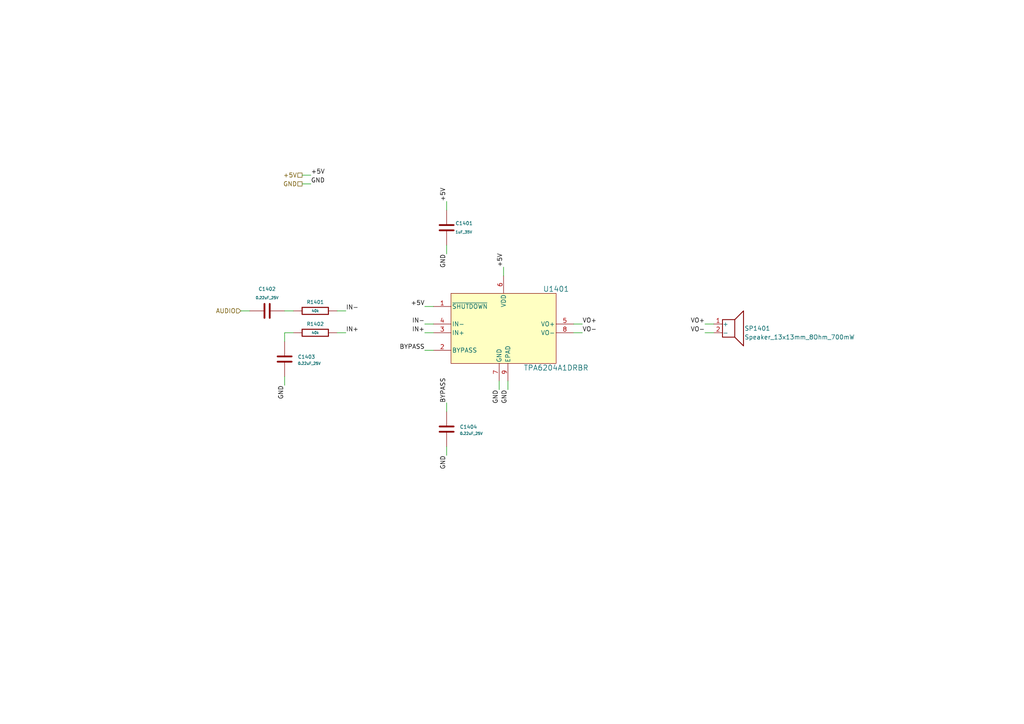
<source format=kicad_sch>
(kicad_sch (version 20230121) (generator eeschema)
  (paper "A4")
  (title_block (title "cluster-pcb") (date "2024-10-21") (rev "1.3") (company "Howard Hughes Medical Institute"))
  (lib_symbols
    (symbol "Janelia:Amplifier_Audio_TPA6204A1DRBR" (pin_names (offset 0.254))
      (property "Reference" "U" (at 15.24 11.43 0))
      (property "Value" "TPA6204A1DRBR" (at 15.24 -11.43 0))
      (symbol "Amplifier_Audio_TPA6204A1DRBR_1_1"
        (rectangle (start -15.24 10.16) (end 15.24 -10.16) (fill (type background)))
        (pin input line (at -20.32 6.35 0) (length 5.08) (name "~{SHUTDOWN}") (number "1"))
        (pin passive line (at -20.32 -6.35 0) (length 5.08) (name "BYPASS") (number "2"))
        (pin input line (at -20.32 -1.27 0) (length 5.08) (name "IN+") (number "3"))
        (pin input line (at -20.32 1.27 0) (length 5.08) (name "IN-") (number "4"))
        (pin output line (at 20.32 1.27 180) (length 5.08) (name "VO+") (number "5"))
        (pin power_in line (at 0 15.24 270) (length 5.08) (name "VDD") (number "6"))
        (pin power_in line (at -1.27 -15.24 90) (length 5.08) (name "GND") (number "7"))
        (pin output line (at 20.32 -1.27 180) (length 5.08) (name "VO-") (number "8"))
        (pin passive line (at 1.27 -15.24 90) (length 5.08) (name "EPAD") (number "9"))
      )
    )
    (symbol "Janelia:C_0.22uF_25V_0402" (pin_numbers hide) (pin_names (offset 0.254))
      (property "Reference" "C" (at 0 2.54 0))
      (property "Value" "0.22uF_25V" (at 0 0 0))
      (symbol "C_0.22uF_25V_0402_0_1"
        (polyline (pts (xy -2.032 -0.762) (xy 2.032 -0.762)) (stroke (width 0.508)))
        (polyline (pts (xy -2.032 0.762) (xy 2.032 0.762)) (stroke (width 0.508)))
      )
      (symbol "C_0.22uF_25V_0402_1_1"
        (pin passive line (at 0 5.08 270) (length 4.318) (name "~") (number "1"))
        (pin passive line (at 0 -5.08 90) (length 4.318) (name "~") (number "2"))
      )
    )
    (symbol "Janelia:C_1uF_35V_0402" (pin_numbers hide) (pin_names (offset 0.254))
      (property "Reference" "C" (at 0 2.54 0))
      (property "Value" "1uF_35V" (at 0 0 0))
      (symbol "C_1uF_35V_0402_0_1"
        (polyline (pts (xy -2.032 -0.762) (xy 2.032 -0.762)) (stroke (width 0.508)))
        (polyline (pts (xy -2.032 0.762) (xy 2.032 0.762)) (stroke (width 0.508)))
      )
      (symbol "C_1uF_35V_0402_1_1"
        (pin passive line (at 0 5.08 270) (length 4.318) (name "~") (number "1"))
        (pin passive line (at 0 -5.08 90) (length 4.318) (name "~") (number "2"))
      )
    )
    (symbol "Janelia:R_40k_100mW_0603" (pin_numbers hide) (pin_names (offset 0))
      (property "Reference" "R" (at 2.032 0 90))
      (property "Value" "40k" (at 0 0 90))
      (symbol "R_40k_100mW_0603_0_1"
        (rectangle (start -1.016 3.81) (end 1.016 -3.81) (stroke (width 0.3048)))
      )
      (symbol "R_40k_100mW_0603_1_1"
        (pin passive line (at 0 6.35 270) (length 2.54) (name "~") (number "1"))
        (pin passive line (at 0 -6.35 90) (length 2.54) (name "~") (number "2"))
      )
    )
    (symbol "Janelia:Speaker_13x13mm_8Ohm_700mW" (pin_names (offset 0.002))
      (property "Reference" "SP" (at 3.81 -1.27 0))
      (property "Value" "Speaker_13x13mm_8Ohm_700mW" (at 3.81 -3.81 0))
      (symbol "Speaker_13x13mm_8Ohm_700mW_0_0"
        (rectangle (start -2.54 1.27) (end 1.016 -3.81) (stroke (width 0.254)))
        (polyline (pts (xy 1.016 1.27) (xy 3.556 3.81) (xy 3.556 -6.35) (xy 1.016 -3.81)) (stroke (width 0.254)))
      )
      (symbol "Speaker_13x13mm_8Ohm_700mW_1_1"
        (pin input line (at -5.08 0 0) (length 2.54) (name "+") (number "1"))
        (pin input line (at -5.08 -2.54 0) (length 2.54) (name "-") (number "2"))
        (pin no_connect line (at 0 3.81 270) (length 2.54) hide (name "NC") (number "3"))
        (pin no_connect line (at 0 -6.35 90) (length 2.54) hide (name "NC") (number "4"))
      )
    )
  )
  (wire (pts (xy 129.54 116.84) (xy 129.54 119.38)))
  (wire (pts (xy 82.55 109.22) (xy 82.55 111.76)))
  (wire (pts (xy 166.37 96.52) (xy 168.91 96.52)))
  (wire (pts (xy 85.09 96.52) (xy 82.55 96.52)))
  (wire (pts (xy 87.63 50.8) (xy 90.17 50.8)))
  (wire (pts (xy 82.55 90.17) (xy 85.09 90.17)))
  (wire (pts (xy 144.78 110.49) (xy 144.78 113.03)))
  (wire (pts (xy 100.33 90.17) (xy 97.79 90.17)))
  (wire (pts (xy 69.85 90.17) (xy 72.39 90.17)))
  (wire (pts (xy 207.01 93.98) (xy 204.47 93.98)))
  (wire (pts (xy 166.37 93.98) (xy 168.91 93.98)))
  (wire (pts (xy 146.05 80.01) (xy 146.05 77.47)))
  (wire (pts (xy 125.73 88.9) (xy 123.19 88.9)))
  (wire (pts (xy 100.33 96.52) (xy 97.79 96.52)))
  (wire (pts (xy 129.54 71.12) (xy 129.54 73.66)))
  (wire (pts (xy 129.54 129.54) (xy 129.54 132.08)))
  (wire (pts (xy 82.55 96.52) (xy 82.55 99.06)))
  (wire (pts (xy 123.19 101.6) (xy 125.73 101.6)))
  (wire (pts (xy 129.54 60.96) (xy 129.54 58.42)))
  (wire (pts (xy 123.19 93.98) (xy 125.73 93.98)))
  (wire (pts (xy 87.63 53.34) (xy 90.17 53.34)))
  (wire (pts (xy 123.19 96.52) (xy 125.73 96.52)))
  (wire (pts (xy 207.01 96.52) (xy 204.47 96.52)))
  (wire (pts (xy 147.32 110.49) (xy 147.32 113.03)))
  (label "BYPASS" (at 129.54 116.84 90))
  (label "IN-" (at 123.19 93.98 180))
  (label "+5V" (at 146.05 77.47 90))
  (label "VO+" (at 204.47 93.98 180))
  (label "GND" (at 90.17 53.34 0))
  (label "IN+" (at 123.19 96.52 180))
  (label "GND" (at 144.78 113.03 270))
  (label "GND" (at 129.54 73.66 270))
  (label "GND" (at 147.32 113.03 270))
  (label "+5V" (at 129.54 58.42 90))
  (label "GND" (at 129.54 132.08 270))
  (label "GND" (at 82.55 111.76 270))
  (label "+5V" (at 123.19 88.9 180))
  (label "VO-" (at 204.47 96.52 180))
  (label "+5V" (at 90.17 50.8 0))
  (label "BYPASS" (at 123.19 101.6 180))
  (label "VO+" (at 168.91 93.98 0))
  (label "IN-" (at 100.33 90.17 0))
  (label "VO-" (at 168.91 96.52 0))
  (label "IN+" (at 100.33 96.52 0))
  (hierarchical_label "AUDIO" (shape input) (at 69.85 90.17 180))
  (hierarchical_label "+5V" (shape passive) (at 87.63 50.8 180))
  (hierarchical_label "GND" (shape passive) (at 87.63 53.34 180))
  (symbol (lib_id "Janelia:R_40k_100mW_0603") (at 91.44 90.17 90) (unit 1)
    (property "Reference" "R1401" (at 91.44 87.63 90) (effects (font (size 1.016 1.016))))
    (property "Value" "40k" (at 91.44 90.17 90) (effects (font (size 0.762 0.762))))
    (property "Footprint" "Janelia:R_0603_1608Metric" (effects hide))
    (property "Vendor" "JLCPCB" (effects hide))
    (property "Vendor Part Number" "C3016445" (effects hide))
    (property "Synopsis" "RES SMD 40k OHM 1% 100mW" (effects hide))
    (property "Package" "0603" (effects hide))
    (property "Manufacturer" "VO" (effects hide))
    (property "Manufacturer Part Number" "SCR0603F40K" (effects hide))
    (property "LCSC" "C3016445" (effects hide))
  )
  (symbol (lib_id "Janelia:C_0.22uF_25V_0402") (at 129.54 124.46 180) (unit 1)
    (property "Reference" "C1404" (at 133.35 123.825 0) (effects (font (size 1.016 1.016)) (justify right)))
    (property "Value" "0.22uF_25V" (at 133.35 125.7299 0) (effects (font (size 0.762 0.762)) (justify right)))
    (property "Footprint" "Janelia:C_0402_1005Metric" (effects hide))
    (property "Vendor" "Digi-Key" (effects hide))
    (property "Vendor Part Number" "490-12245-1-ND" (effects hide))
    (property "Synopsis" "CAP CER 0.22UF 25V X6S" (effects hide))
    (property "Manufacturer" "Murata Electronics" (effects hide))
    (property "Manufacturer Part Number" "GRT155C81E224KE01D" (effects hide))
    (property "Package" "0402" (effects hide))
    (property "LCSC" "C126623" (effects hide))
  )
  (symbol (lib_id "Janelia:C_0.22uF_25V_0402") (at 82.55 104.14 180) (unit 1)
    (property "Reference" "C1403" (at 86.36 103.505 0) (effects (font (size 1.016 1.016)) (justify right)))
    (property "Value" "0.22uF_25V" (at 86.36 105.4099 0) (effects (font (size 0.762 0.762)) (justify right)))
    (property "Footprint" "Janelia:C_0402_1005Metric" (effects hide))
    (property "Vendor" "Digi-Key" (effects hide))
    (property "Vendor Part Number" "490-12245-1-ND" (effects hide))
    (property "Synopsis" "CAP CER 0.22UF 25V X6S" (effects hide))
    (property "Manufacturer" "Murata Electronics" (effects hide))
    (property "Manufacturer Part Number" "GRT155C81E224KE01D" (effects hide))
    (property "Package" "0402" (effects hide))
    (property "LCSC" "C126623" (effects hide))
  )
  (symbol (lib_id "Janelia:R_40k_100mW_0603") (at 91.44 96.52 90) (unit 1)
    (property "Reference" "R1402" (at 91.44 93.98 90) (effects (font (size 1.016 1.016))))
    (property "Value" "40k" (at 91.44 96.52 90) (effects (font (size 0.762 0.762))))
    (property "Footprint" "Janelia:R_0603_1608Metric" (effects hide))
    (property "Vendor" "JLCPCB" (effects hide))
    (property "Vendor Part Number" "C3016445" (effects hide))
    (property "Synopsis" "RES SMD 40k OHM 1% 100mW" (effects hide))
    (property "Package" "0603" (effects hide))
    (property "Manufacturer" "VO" (effects hide))
    (property "Manufacturer Part Number" "SCR0603F40K" (effects hide))
    (property "LCSC" "C3016445" (effects hide))
  )
  (symbol (lib_id "Janelia:C_0.22uF_25V_0402") (at 77.47 90.17 90) (unit 1)
    (property "Reference" "C1402" (at 77.47 83.82 90) (effects (font (size 1.016 1.016))))
    (property "Value" "0.22uF_25V" (at 77.47 86.36 90) (effects (font (size 0.762 0.762))))
    (property "Footprint" "Janelia:C_0402_1005Metric" (effects hide))
    (property "Vendor" "Digi-Key" (effects hide))
    (property "Vendor Part Number" "490-12245-1-ND" (effects hide))
    (property "Synopsis" "CAP CER 0.22UF 25V X6S" (effects hide))
    (property "Manufacturer" "Murata Electronics" (effects hide))
    (property "Manufacturer Part Number" "GRT155C81E224KE01D" (effects hide))
    (property "Package" "0402" (effects hide))
    (property "LCSC" "C126623" (effects hide))
  )
  (symbol (lib_id "Janelia:C_1uF_35V_0402") (at 129.54 66.04 0) (unit 1)
    (property "Reference" "C1401" (at 132.08 64.77 0) (effects (font (size 1.016 1.016)) (justify left)))
    (property "Value" "1uF_35V" (at 132.08 67.31 0) (effects (font (size 0.762 0.762)) (justify left)))
    (property "Footprint" "Janelia:C_0402_1005Metric" (effects hide))
    (property "Vendor" "Digi-Key" (effects hide))
    (property "Vendor Part Number" "1276-6796-1-ND" (effects hide))
    (property "Synopsis" "CAP CER 1UF 35V X5R" (effects hide))
    (property "Package" "0402" (effects hide))
    (property "Manufacturer" "Samsung Electro-Mechanics" (effects hide))
    (property "Manufacturer Part Number" "CL05A105KL5NRNC" (effects hide))
    (property "LCSC" "C307413" (effects hide))
  )
  (symbol (lib_id "Janelia:Speaker_13x13mm_8Ohm_700mW") (at 212.09 93.98 0) (unit 1)
    (property "Reference" "SP1401" (at 215.9 95.25 0) (effects (justify left)))
    (property "Value" "Speaker_13x13mm_8Ohm_700mW" (at 215.9 97.79 0) (effects (justify left)))
    (property "Footprint" "Janelia:Speaker_13x13mm_KLJ-01304T-08R07W" (effects hide))
    (property "Synopsis" "SPEAKER 8OHM 700MW" (effects hide))
    (property "Manufacturer" "KELIKING" (effects hide))
    (property "Manufacturer Part Number" "KLJ-01304T-08R07W" (effects hide))
    (property "Vendor" "JLCPCB" (effects hide))
    (property "Vendor Part Number" "C18186315" (effects hide))
    (property "Sim.Enable" "0" (effects hide))
    (property "LCSC" "C18186315" (effects hide))
  )
  (symbol (lib_id "Janelia:Amplifier_Audio_TPA6204A1DRBR") (at 146.05 95.25 0) (unit 1)
    (property "Reference" "U1401" (at 161.29 83.82 0) (effects (font (size 1.524 1.524))))
    (property "Value" "TPA6204A1DRBR" (at 161.29 106.68 0) (effects (font (size 1.524 1.524))))
    (property "Footprint" "Janelia:DRB8_1P75X1P5" (effects hide))
    (property "Synopsis" "IC AMP CLASS AB MONO 1.7W" (effects hide))
    (property "Package" "QFN-8-EP(3x3)" (effects hide))
    (property "Manufacturer" "Texas Instruments" (effects hide))
    (property "Manufacturer Part Number" "TPA6204A1DRBR" (effects hide))
    (property "Vendor" "Digi-Key" (effects hide))
    (property "Vendor Part Number" "296-17059-1-ND" (effects hide))
    (property "LCSC" "C12400" (effects hide))
  )
)
</source>
